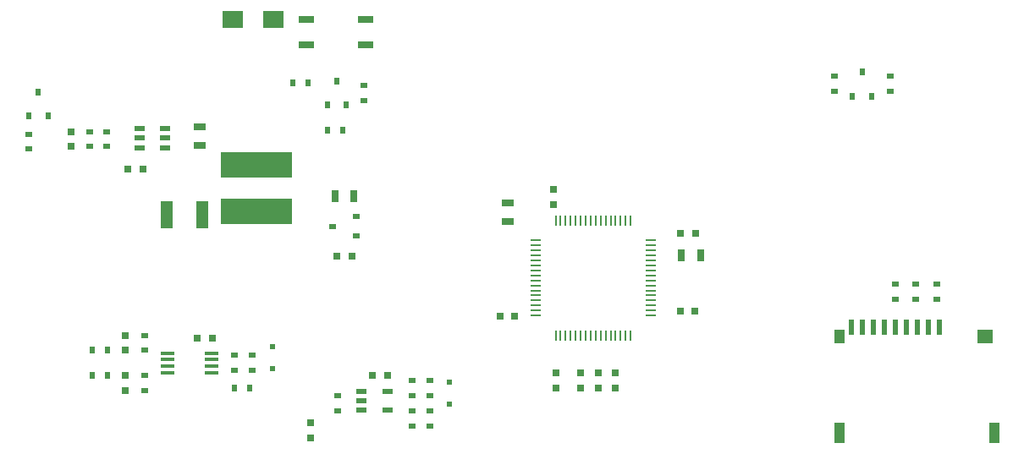
<source format=gtp>
G04*
G04 #@! TF.GenerationSoftware,Altium Limited,CircuitStudio,1.5.2 (30)*
G04*
G04 Layer_Color=8421504*
%FSLAX44Y44*%
%MOMM*%
G71*
G01*
G75*
%ADD53R,0.7000X0.7000*%
%ADD54R,0.7000X0.7000*%
%ADD55R,0.8000X1.2000*%
%ADD56R,0.8000X0.5000*%
G04:AMPARAMS|DCode=57|XSize=1mm|YSize=0.5mm|CornerRadius=0.025mm|HoleSize=0mm|Usage=FLASHONLY|Rotation=0.000|XOffset=0mm|YOffset=0mm|HoleType=Round|Shape=RoundedRectangle|*
%AMROUNDEDRECTD57*
21,1,1.0000,0.4500,0,0,0.0*
21,1,0.9500,0.5000,0,0,0.0*
1,1,0.0500,0.4750,-0.2250*
1,1,0.0500,-0.4750,-0.2250*
1,1,0.0500,-0.4750,0.2250*
1,1,0.0500,0.4750,0.2250*
%
%ADD57ROUNDEDRECTD57*%
%ADD58R,0.5000X0.8000*%
%ADD59R,1.3500X0.3500*%
%ADD60R,0.5000X0.5000*%
%ADD61R,7.2000X2.5500*%
%ADD62R,1.2000X0.8000*%
%ADD63R,2.0590X1.6780*%
%ADD64R,1.6000X0.7000*%
%ADD65R,0.2000X1.1000*%
%ADD66R,1.1000X0.2000*%
%ADD67R,1.3000X2.8000*%
%ADD68R,0.6000X1.5000*%
%ADD69R,1.5000X1.4000*%
%ADD70R,1.1000X1.4000*%
%ADD71R,1.1000X2.1000*%
D53*
X765000Y824500D02*
D03*
Y839500D02*
D03*
X522260Y590840D02*
D03*
Y605840D02*
D03*
X283000Y882500D02*
D03*
Y897500D02*
D03*
X336500Y693500D02*
D03*
Y678500D02*
D03*
Y653500D02*
D03*
Y638500D02*
D03*
X767500Y656000D02*
D03*
Y641000D02*
D03*
X827500Y656000D02*
D03*
Y641000D02*
D03*
X810000Y656000D02*
D03*
Y641000D02*
D03*
X792500Y656000D02*
D03*
Y641000D02*
D03*
D54*
X548719Y772680D02*
D03*
X563719D02*
D03*
X424000Y691000D02*
D03*
X409000D02*
D03*
X339500Y860000D02*
D03*
X354500D02*
D03*
X599000Y653000D02*
D03*
X584000D02*
D03*
X726610Y712640D02*
D03*
X711610D02*
D03*
X891950Y717720D02*
D03*
X906950D02*
D03*
X892500Y796000D02*
D03*
X907500D02*
D03*
D55*
X565719Y832680D02*
D03*
X546719D02*
D03*
X893500Y773500D02*
D03*
X912500D02*
D03*
D56*
X544219Y802680D02*
D03*
X568219Y812180D02*
D03*
Y793180D02*
D03*
X301000Y882500D02*
D03*
Y897500D02*
D03*
X318000Y897500D02*
D03*
Y882500D02*
D03*
X1107000Y744500D02*
D03*
Y729500D02*
D03*
X1128000Y744500D02*
D03*
Y729500D02*
D03*
X1149000Y744500D02*
D03*
Y729500D02*
D03*
X446500Y673500D02*
D03*
Y658500D02*
D03*
X464000Y658500D02*
D03*
Y673500D02*
D03*
X356500Y678500D02*
D03*
Y693500D02*
D03*
X576000Y928500D02*
D03*
Y943500D02*
D03*
X549000Y618000D02*
D03*
Y633000D02*
D03*
X641500Y618000D02*
D03*
Y603000D02*
D03*
X624000Y603000D02*
D03*
Y618000D02*
D03*
Y648000D02*
D03*
Y633000D02*
D03*
X641500Y633000D02*
D03*
Y648000D02*
D03*
X240000Y880000D02*
D03*
Y895000D02*
D03*
X356500Y653500D02*
D03*
Y638500D02*
D03*
X1102110Y952720D02*
D03*
Y937720D02*
D03*
X1046520Y952720D02*
D03*
Y937720D02*
D03*
D57*
X599500Y618500D02*
D03*
Y637500D02*
D03*
X573500Y618500D02*
D03*
Y628000D02*
D03*
Y637500D02*
D03*
X351000Y891000D02*
D03*
Y900500D02*
D03*
Y881500D02*
D03*
X377000Y900500D02*
D03*
Y891000D02*
D03*
Y881500D02*
D03*
D58*
X446500Y641000D02*
D03*
X461500D02*
D03*
X319000Y678500D02*
D03*
X304000D02*
D03*
X539000Y924000D02*
D03*
X558000D02*
D03*
X548500Y948000D02*
D03*
X519500Y946000D02*
D03*
X504500D02*
D03*
X240500Y913000D02*
D03*
X259500D02*
D03*
X250000Y937000D02*
D03*
X319000Y653500D02*
D03*
X304000D02*
D03*
X1064520Y933220D02*
D03*
X1083520D02*
D03*
X1074020Y957220D02*
D03*
X554500Y899000D02*
D03*
X539500D02*
D03*
D59*
X379500Y675750D02*
D03*
Y669250D02*
D03*
Y662750D02*
D03*
Y656250D02*
D03*
X423500Y675750D02*
D03*
Y669250D02*
D03*
Y662750D02*
D03*
Y656250D02*
D03*
D60*
X484000Y660000D02*
D03*
Y682000D02*
D03*
X661500Y646500D02*
D03*
Y624500D02*
D03*
D61*
X468000Y864250D02*
D03*
Y817750D02*
D03*
D62*
X411000Y902500D02*
D03*
Y883500D02*
D03*
X720000Y807500D02*
D03*
Y826500D02*
D03*
D63*
X485320Y1010000D02*
D03*
X444680D02*
D03*
D64*
X577000Y984800D02*
D03*
Y1010200D02*
D03*
X518000Y984800D02*
D03*
Y1010200D02*
D03*
D65*
X767500Y693500D02*
D03*
X772500D02*
D03*
X777500D02*
D03*
X782500D02*
D03*
X787500D02*
D03*
X792500D02*
D03*
X797500D02*
D03*
X802500D02*
D03*
X807500D02*
D03*
X812500D02*
D03*
X817500D02*
D03*
X822500D02*
D03*
X827500D02*
D03*
X832500D02*
D03*
X837500D02*
D03*
X842500D02*
D03*
Y808500D02*
D03*
X837500D02*
D03*
X832500D02*
D03*
X827500D02*
D03*
X822500D02*
D03*
X817500D02*
D03*
X812500D02*
D03*
X807500D02*
D03*
X802500D02*
D03*
X797500D02*
D03*
X792500D02*
D03*
X787500D02*
D03*
X782500D02*
D03*
X777500D02*
D03*
X772500D02*
D03*
X767500D02*
D03*
D66*
X862500Y713500D02*
D03*
Y718500D02*
D03*
Y723500D02*
D03*
Y728500D02*
D03*
Y733500D02*
D03*
Y738500D02*
D03*
Y743500D02*
D03*
Y748500D02*
D03*
Y753500D02*
D03*
Y758500D02*
D03*
Y763500D02*
D03*
Y768500D02*
D03*
Y773500D02*
D03*
Y778500D02*
D03*
Y783500D02*
D03*
Y788500D02*
D03*
X747500D02*
D03*
Y783500D02*
D03*
Y778500D02*
D03*
Y773500D02*
D03*
Y768500D02*
D03*
Y763500D02*
D03*
Y758500D02*
D03*
Y753500D02*
D03*
Y748500D02*
D03*
Y743500D02*
D03*
Y738500D02*
D03*
Y733500D02*
D03*
Y728500D02*
D03*
Y723500D02*
D03*
Y718500D02*
D03*
Y713500D02*
D03*
D67*
X414000Y814000D02*
D03*
X378000D02*
D03*
D68*
X1151500Y702000D02*
D03*
X1140500D02*
D03*
X1129500D02*
D03*
X1118500D02*
D03*
X1107500D02*
D03*
X1096500D02*
D03*
X1085500D02*
D03*
X1074500D02*
D03*
X1063500D02*
D03*
D69*
X1197500Y692000D02*
D03*
D70*
X1051500D02*
D03*
D71*
Y596000D02*
D03*
X1206500D02*
D03*
M02*

</source>
